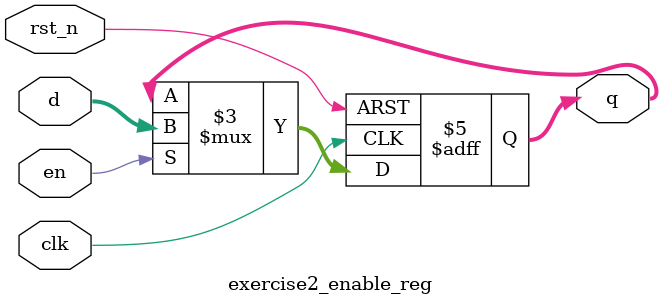
<source format=sv>

`timescale 1ns / 100ps

module exercise2_enable_reg #(
    parameter int WIDTH = 8
) (
    input  logic             clk,
    input  logic             rst_n,
    input  logic             en,
    input  logic [WIDTH-1:0] d,
    output logic [WIDTH-1:0] q
);
  always_ff @(posedge clk or negedge rst_n) begin
    if (!rst_n) q <= '0;
    else if (en) q <= d;
  end
endmodule : exercise2_enable_reg

</source>
